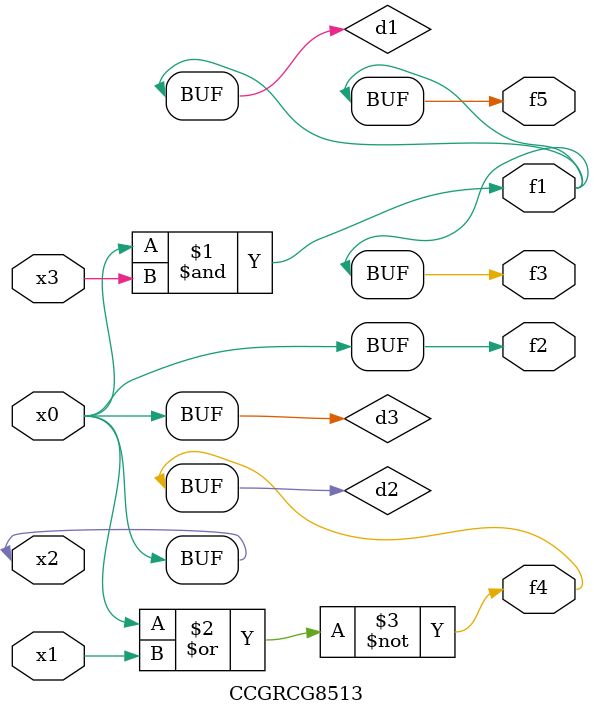
<source format=v>
module CCGRCG8513(
	input x0, x1, x2, x3,
	output f1, f2, f3, f4, f5
);

	wire d1, d2, d3;

	and (d1, x2, x3);
	nor (d2, x0, x1);
	buf (d3, x0, x2);
	assign f1 = d1;
	assign f2 = d3;
	assign f3 = d1;
	assign f4 = d2;
	assign f5 = d1;
endmodule

</source>
